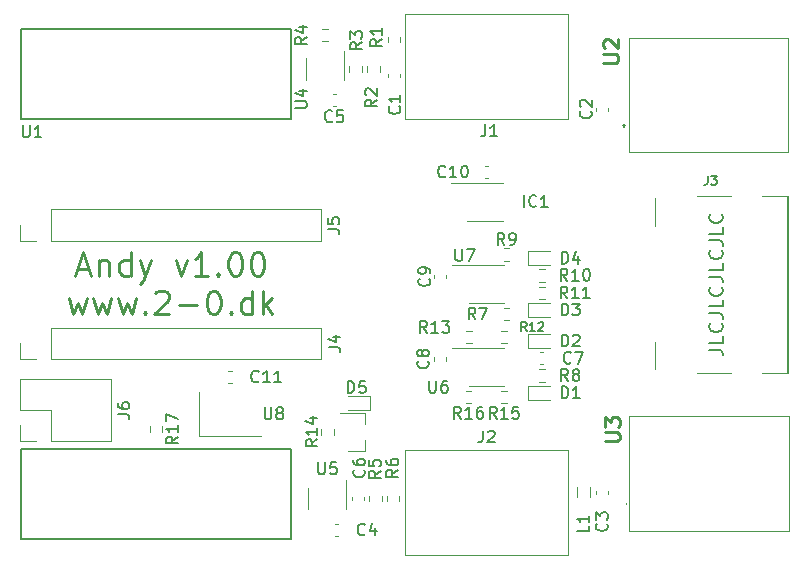
<source format=gbr>
%TF.GenerationSoftware,KiCad,Pcbnew,5.1.9-73d0e3b20d~88~ubuntu20.04.1*%
%TF.CreationDate,2021-06-05T19:42:07+02:00*%
%TF.ProjectId,andy,616e6479-2e6b-4696-9361-645f70636258,v1.00*%
%TF.SameCoordinates,Original*%
%TF.FileFunction,Legend,Top*%
%TF.FilePolarity,Positive*%
%FSLAX46Y46*%
G04 Gerber Fmt 4.6, Leading zero omitted, Abs format (unit mm)*
G04 Created by KiCad (PCBNEW 5.1.9-73d0e3b20d~88~ubuntu20.04.1) date 2021-06-05 19:42:07*
%MOMM*%
%LPD*%
G01*
G04 APERTURE LIST*
%ADD10C,0.150000*%
%ADD11C,0.250000*%
%ADD12C,0.200000*%
%ADD13C,0.100000*%
%ADD14C,0.120000*%
%ADD15C,0.127000*%
%ADD16C,0.254000*%
G04 APERTURE END LIST*
D10*
X196842857Y-105532857D02*
X197700000Y-105532857D01*
X197871428Y-105590000D01*
X197985714Y-105704285D01*
X198042857Y-105875714D01*
X198042857Y-105990000D01*
X198042857Y-104390000D02*
X198042857Y-104961428D01*
X196842857Y-104961428D01*
X197928571Y-103304285D02*
X197985714Y-103361428D01*
X198042857Y-103532857D01*
X198042857Y-103647142D01*
X197985714Y-103818571D01*
X197871428Y-103932857D01*
X197757142Y-103990000D01*
X197528571Y-104047142D01*
X197357142Y-104047142D01*
X197128571Y-103990000D01*
X197014285Y-103932857D01*
X196900000Y-103818571D01*
X196842857Y-103647142D01*
X196842857Y-103532857D01*
X196900000Y-103361428D01*
X196957142Y-103304285D01*
X196842857Y-102447142D02*
X197700000Y-102447142D01*
X197871428Y-102504285D01*
X197985714Y-102618571D01*
X198042857Y-102790000D01*
X198042857Y-102904285D01*
X198042857Y-101304285D02*
X198042857Y-101875714D01*
X196842857Y-101875714D01*
X197928571Y-100218571D02*
X197985714Y-100275714D01*
X198042857Y-100447142D01*
X198042857Y-100561428D01*
X197985714Y-100732857D01*
X197871428Y-100847142D01*
X197757142Y-100904285D01*
X197528571Y-100961428D01*
X197357142Y-100961428D01*
X197128571Y-100904285D01*
X197014285Y-100847142D01*
X196900000Y-100732857D01*
X196842857Y-100561428D01*
X196842857Y-100447142D01*
X196900000Y-100275714D01*
X196957142Y-100218571D01*
X196842857Y-99361428D02*
X197700000Y-99361428D01*
X197871428Y-99418571D01*
X197985714Y-99532857D01*
X198042857Y-99704285D01*
X198042857Y-99818571D01*
X198042857Y-98218571D02*
X198042857Y-98790000D01*
X196842857Y-98790000D01*
X197928571Y-97132857D02*
X197985714Y-97190000D01*
X198042857Y-97361428D01*
X198042857Y-97475714D01*
X197985714Y-97647142D01*
X197871428Y-97761428D01*
X197757142Y-97818571D01*
X197528571Y-97875714D01*
X197357142Y-97875714D01*
X197128571Y-97818571D01*
X197014285Y-97761428D01*
X196900000Y-97647142D01*
X196842857Y-97475714D01*
X196842857Y-97361428D01*
X196900000Y-97190000D01*
X196957142Y-97132857D01*
X196842857Y-96275714D02*
X197700000Y-96275714D01*
X197871428Y-96332857D01*
X197985714Y-96447142D01*
X198042857Y-96618571D01*
X198042857Y-96732857D01*
X198042857Y-95132857D02*
X198042857Y-95704285D01*
X196842857Y-95704285D01*
X197928571Y-94047142D02*
X197985714Y-94104285D01*
X198042857Y-94275714D01*
X198042857Y-94390000D01*
X197985714Y-94561428D01*
X197871428Y-94675714D01*
X197757142Y-94732857D01*
X197528571Y-94790000D01*
X197357142Y-94790000D01*
X197128571Y-94732857D01*
X197014285Y-94675714D01*
X196900000Y-94561428D01*
X196842857Y-94390000D01*
X196842857Y-94275714D01*
X196900000Y-94104285D01*
X196957142Y-94047142D01*
D11*
X143395238Y-98708333D02*
X144347619Y-98708333D01*
X143204761Y-99279761D02*
X143871428Y-97279761D01*
X144538095Y-99279761D01*
X145204761Y-97946428D02*
X145204761Y-99279761D01*
X145204761Y-98136904D02*
X145300000Y-98041666D01*
X145490476Y-97946428D01*
X145776190Y-97946428D01*
X145966666Y-98041666D01*
X146061904Y-98232142D01*
X146061904Y-99279761D01*
X147871428Y-99279761D02*
X147871428Y-97279761D01*
X147871428Y-99184523D02*
X147680952Y-99279761D01*
X147300000Y-99279761D01*
X147109523Y-99184523D01*
X147014285Y-99089285D01*
X146919047Y-98898809D01*
X146919047Y-98327380D01*
X147014285Y-98136904D01*
X147109523Y-98041666D01*
X147300000Y-97946428D01*
X147680952Y-97946428D01*
X147871428Y-98041666D01*
X148633333Y-97946428D02*
X149109523Y-99279761D01*
X149585714Y-97946428D02*
X149109523Y-99279761D01*
X148919047Y-99755952D01*
X148823809Y-99851190D01*
X148633333Y-99946428D01*
X151680952Y-97946428D02*
X152157142Y-99279761D01*
X152633333Y-97946428D01*
X154442857Y-99279761D02*
X153300000Y-99279761D01*
X153871428Y-99279761D02*
X153871428Y-97279761D01*
X153680952Y-97565476D01*
X153490476Y-97755952D01*
X153300000Y-97851190D01*
X155300000Y-99089285D02*
X155395238Y-99184523D01*
X155300000Y-99279761D01*
X155204761Y-99184523D01*
X155300000Y-99089285D01*
X155300000Y-99279761D01*
X156633333Y-97279761D02*
X156823809Y-97279761D01*
X157014285Y-97375000D01*
X157109523Y-97470238D01*
X157204761Y-97660714D01*
X157300000Y-98041666D01*
X157300000Y-98517857D01*
X157204761Y-98898809D01*
X157109523Y-99089285D01*
X157014285Y-99184523D01*
X156823809Y-99279761D01*
X156633333Y-99279761D01*
X156442857Y-99184523D01*
X156347619Y-99089285D01*
X156252380Y-98898809D01*
X156157142Y-98517857D01*
X156157142Y-98041666D01*
X156252380Y-97660714D01*
X156347619Y-97470238D01*
X156442857Y-97375000D01*
X156633333Y-97279761D01*
X158538095Y-97279761D02*
X158728571Y-97279761D01*
X158919047Y-97375000D01*
X159014285Y-97470238D01*
X159109523Y-97660714D01*
X159204761Y-98041666D01*
X159204761Y-98517857D01*
X159109523Y-98898809D01*
X159014285Y-99089285D01*
X158919047Y-99184523D01*
X158728571Y-99279761D01*
X158538095Y-99279761D01*
X158347619Y-99184523D01*
X158252380Y-99089285D01*
X158157142Y-98898809D01*
X158061904Y-98517857D01*
X158061904Y-98041666D01*
X158157142Y-97660714D01*
X158252380Y-97470238D01*
X158347619Y-97375000D01*
X158538095Y-97279761D01*
X142633333Y-101196428D02*
X143014285Y-102529761D01*
X143395238Y-101577380D01*
X143776190Y-102529761D01*
X144157142Y-101196428D01*
X144728571Y-101196428D02*
X145109523Y-102529761D01*
X145490476Y-101577380D01*
X145871428Y-102529761D01*
X146252380Y-101196428D01*
X146823809Y-101196428D02*
X147204761Y-102529761D01*
X147585714Y-101577380D01*
X147966666Y-102529761D01*
X148347619Y-101196428D01*
X149109523Y-102339285D02*
X149204761Y-102434523D01*
X149109523Y-102529761D01*
X149014285Y-102434523D01*
X149109523Y-102339285D01*
X149109523Y-102529761D01*
X149966666Y-100720238D02*
X150061904Y-100625000D01*
X150252380Y-100529761D01*
X150728571Y-100529761D01*
X150919047Y-100625000D01*
X151014285Y-100720238D01*
X151109523Y-100910714D01*
X151109523Y-101101190D01*
X151014285Y-101386904D01*
X149871428Y-102529761D01*
X151109523Y-102529761D01*
X151966666Y-101767857D02*
X153490476Y-101767857D01*
X154823809Y-100529761D02*
X155014285Y-100529761D01*
X155204761Y-100625000D01*
X155300000Y-100720238D01*
X155395238Y-100910714D01*
X155490476Y-101291666D01*
X155490476Y-101767857D01*
X155395238Y-102148809D01*
X155300000Y-102339285D01*
X155204761Y-102434523D01*
X155014285Y-102529761D01*
X154823809Y-102529761D01*
X154633333Y-102434523D01*
X154538095Y-102339285D01*
X154442857Y-102148809D01*
X154347619Y-101767857D01*
X154347619Y-101291666D01*
X154442857Y-100910714D01*
X154538095Y-100720238D01*
X154633333Y-100625000D01*
X154823809Y-100529761D01*
X156347619Y-102339285D02*
X156442857Y-102434523D01*
X156347619Y-102529761D01*
X156252380Y-102434523D01*
X156347619Y-102339285D01*
X156347619Y-102529761D01*
X158157142Y-102529761D02*
X158157142Y-100529761D01*
X158157142Y-102434523D02*
X157966666Y-102529761D01*
X157585714Y-102529761D01*
X157395238Y-102434523D01*
X157300000Y-102339285D01*
X157204761Y-102148809D01*
X157204761Y-101577380D01*
X157300000Y-101386904D01*
X157395238Y-101291666D01*
X157585714Y-101196428D01*
X157966666Y-101196428D01*
X158157142Y-101291666D01*
X159109523Y-102529761D02*
X159109523Y-100529761D01*
X159300000Y-101767857D02*
X159871428Y-102529761D01*
X159871428Y-101196428D02*
X159109523Y-101958333D01*
D10*
%TO.C,U1*%
X161430000Y-86030000D02*
X161430000Y-78410000D01*
X138570000Y-78410000D02*
X161430000Y-78410000D01*
X161430000Y-113970000D02*
X161430000Y-121590000D01*
X161430000Y-121590000D02*
X138570000Y-121590000D01*
X138570000Y-78410000D02*
X138570000Y-86030000D01*
X138570000Y-86030000D02*
X161430000Y-86030000D01*
X161430000Y-113970000D02*
X138570000Y-113970000D01*
X138570000Y-113970000D02*
X138570000Y-121590000D01*
D12*
%TO.C,U2*%
X189650000Y-86660000D02*
X189650000Y-86660000D01*
X189650000Y-86460000D02*
X189650000Y-86460000D01*
D13*
X190050000Y-79110000D02*
X203550000Y-79110000D01*
X190050000Y-88810000D02*
X190050000Y-79110000D01*
X203550000Y-88810000D02*
X190050000Y-88810000D01*
X203550000Y-79110000D02*
X203550000Y-88810000D01*
D12*
X189650000Y-86660000D02*
G75*
G03*
X189650000Y-86460000I0J100000D01*
G01*
X189650000Y-86460000D02*
G75*
G03*
X189650000Y-86660000I0J-100000D01*
G01*
D13*
%TO.C,U3*%
X189800000Y-118600000D02*
X189800000Y-118600000D01*
X189800000Y-118500000D02*
X189800000Y-118500000D01*
X190100000Y-111150000D02*
X203600000Y-111150000D01*
X190100000Y-120850000D02*
X190100000Y-111150000D01*
X203600000Y-120850000D02*
X190100000Y-120850000D01*
X203600000Y-111150000D02*
X203600000Y-120850000D01*
X189800000Y-118600000D02*
G75*
G03*
X189800000Y-118500000I0J50000D01*
G01*
X189800000Y-118500000D02*
G75*
G03*
X189800000Y-118600000I0J-50000D01*
G01*
D14*
%TO.C,J1*%
X171100000Y-77100000D02*
X184900000Y-77100000D01*
X184900000Y-77100000D02*
X184900000Y-86000000D01*
X184900000Y-86000000D02*
X171100000Y-86000000D01*
X171100000Y-86000000D02*
X171100000Y-77100000D01*
%TO.C,J2*%
X184900000Y-114000000D02*
X184900000Y-122900000D01*
X171100000Y-114000000D02*
X184900000Y-114000000D01*
X171100000Y-122900000D02*
X171100000Y-114000000D01*
X184900000Y-122900000D02*
X171100000Y-122900000D01*
%TO.C,C1*%
X170670000Y-82159420D02*
X170670000Y-82440580D01*
X169650000Y-82159420D02*
X169650000Y-82440580D01*
%TO.C,C2*%
X188290000Y-85044420D02*
X188290000Y-85325580D01*
X187270000Y-85044420D02*
X187270000Y-85325580D01*
%TO.C,C3*%
X187310000Y-117464420D02*
X187310000Y-117745580D01*
X188330000Y-117464420D02*
X188330000Y-117745580D01*
%TO.C,C4*%
X165450580Y-120310000D02*
X165169420Y-120310000D01*
X165450580Y-121330000D02*
X165169420Y-121330000D01*
%TO.C,C5*%
X165280580Y-83920000D02*
X164999420Y-83920000D01*
X165280580Y-84940000D02*
X164999420Y-84940000D01*
%TO.C,C6*%
X167630000Y-117999420D02*
X167630000Y-118280580D01*
X166610000Y-117999420D02*
X166610000Y-118280580D01*
%TO.C,L1*%
X186760000Y-118004622D02*
X186760000Y-117205378D01*
X185640000Y-118004622D02*
X185640000Y-117205378D01*
%TO.C,R1*%
X170682500Y-79507258D02*
X170682500Y-79032742D01*
X169637500Y-79507258D02*
X169637500Y-79032742D01*
%TO.C,R2*%
X168952500Y-81997258D02*
X168952500Y-81522742D01*
X167907500Y-81997258D02*
X167907500Y-81522742D01*
%TO.C,R3*%
X167442500Y-81532742D02*
X167442500Y-82007258D01*
X166397500Y-81532742D02*
X166397500Y-82007258D01*
%TO.C,R4*%
X164122742Y-78387500D02*
X164597258Y-78387500D01*
X164122742Y-79432500D02*
X164597258Y-79432500D01*
%TO.C,R5*%
X168077500Y-118377258D02*
X168077500Y-117902742D01*
X169122500Y-118377258D02*
X169122500Y-117902742D01*
%TO.C,R6*%
X170642500Y-118377258D02*
X170642500Y-117902742D01*
X169597500Y-118377258D02*
X169597500Y-117902742D01*
%TO.C,U4*%
X165970000Y-82670000D02*
X165970000Y-80220000D01*
X162750000Y-80870000D02*
X162750000Y-82670000D01*
%TO.C,U5*%
X162930000Y-117260000D02*
X162930000Y-119060000D01*
X166150000Y-119060000D02*
X166150000Y-116610000D01*
D15*
%TO.C,J3*%
X203500000Y-92500000D02*
X203500000Y-107500000D01*
D14*
X203500000Y-92500000D02*
X201300000Y-92500000D01*
X198700000Y-92500000D02*
X195800000Y-92500000D01*
X203500000Y-107500000D02*
X201300000Y-107500000D01*
X198700000Y-107500000D02*
X195800000Y-107500000D01*
X192300000Y-92700000D02*
X192300000Y-95100000D01*
X192300000Y-107200000D02*
X192300000Y-104900000D01*
%TO.C,C7*%
X182549420Y-106770000D02*
X182830580Y-106770000D01*
X182549420Y-105750000D02*
X182830580Y-105750000D01*
%TO.C,C8*%
X173540000Y-106189420D02*
X173540000Y-106470580D01*
X174560000Y-106189420D02*
X174560000Y-106470580D01*
%TO.C,C9*%
X174570000Y-99209420D02*
X174570000Y-99490580D01*
X173550000Y-99209420D02*
X173550000Y-99490580D01*
%TO.C,D1*%
X183400000Y-109800000D02*
X181550000Y-109800000D01*
X183400000Y-108600000D02*
X181550000Y-108600000D01*
X181550000Y-108600000D02*
X181550000Y-109800000D01*
%TO.C,D2*%
X183400000Y-105410000D02*
X181550000Y-105410000D01*
X183400000Y-104210000D02*
X181550000Y-104210000D01*
X181550000Y-104210000D02*
X181550000Y-105410000D01*
%TO.C,D3*%
X181550000Y-101600000D02*
X181550000Y-102800000D01*
X183400000Y-101600000D02*
X181550000Y-101600000D01*
X183400000Y-102800000D02*
X181550000Y-102800000D01*
%TO.C,D4*%
X183400000Y-98400000D02*
X181550000Y-98400000D01*
X183400000Y-97200000D02*
X181550000Y-97200000D01*
X181550000Y-97200000D02*
X181550000Y-98400000D01*
%TO.C,D5*%
X168150000Y-110630000D02*
X168150000Y-109430000D01*
X166300000Y-110630000D02*
X168150000Y-110630000D01*
X166300000Y-109430000D02*
X168150000Y-109430000D01*
%TO.C,Q1*%
X167760000Y-114080000D02*
X166300000Y-114080000D01*
X167760000Y-110920000D02*
X165600000Y-110920000D01*
X167760000Y-110920000D02*
X167760000Y-111850000D01*
X167760000Y-114080000D02*
X167760000Y-113150000D01*
%TO.C,R7*%
X179462742Y-103042500D02*
X179937258Y-103042500D01*
X179462742Y-101997500D02*
X179937258Y-101997500D01*
%TO.C,R8*%
X182452742Y-107217500D02*
X182927258Y-107217500D01*
X182452742Y-108262500D02*
X182927258Y-108262500D01*
%TO.C,R9*%
X179462742Y-96957500D02*
X179937258Y-96957500D01*
X179462742Y-98002500D02*
X179937258Y-98002500D01*
%TO.C,R10*%
X182462742Y-98727500D02*
X182937258Y-98727500D01*
X182462742Y-99772500D02*
X182937258Y-99772500D01*
%TO.C,R11*%
X182462742Y-101272500D02*
X182937258Y-101272500D01*
X182462742Y-100227500D02*
X182937258Y-100227500D01*
%TO.C,R12*%
X179727258Y-103957500D02*
X179252742Y-103957500D01*
X179727258Y-105002500D02*
X179252742Y-105002500D01*
%TO.C,R13*%
X176747258Y-105002500D02*
X176272742Y-105002500D01*
X176747258Y-103957500D02*
X176272742Y-103957500D01*
%TO.C,R14*%
X164027500Y-112262742D02*
X164027500Y-112737258D01*
X165072500Y-112262742D02*
X165072500Y-112737258D01*
%TO.C,R15*%
X179737258Y-108997500D02*
X179262742Y-108997500D01*
X179737258Y-110042500D02*
X179262742Y-110042500D01*
%TO.C,R16*%
X176737258Y-110042500D02*
X176262742Y-110042500D01*
X176737258Y-108997500D02*
X176262742Y-108997500D01*
%TO.C,U6*%
X178000000Y-108610000D02*
X179500000Y-108610000D01*
X178000000Y-108610000D02*
X176500000Y-108610000D01*
X178000000Y-105390000D02*
X179500000Y-105390000D01*
X178000000Y-105390000D02*
X175075000Y-105390000D01*
%TO.C,U7*%
X178000000Y-98390000D02*
X175075000Y-98390000D01*
X178000000Y-98390000D02*
X179500000Y-98390000D01*
X178000000Y-101610000D02*
X176500000Y-101610000D01*
X178000000Y-101610000D02*
X179500000Y-101610000D01*
%TO.C,IC1*%
X177900000Y-94610000D02*
X179400000Y-94610000D01*
X177900000Y-94610000D02*
X176400000Y-94610000D01*
X177900000Y-91390000D02*
X179400000Y-91390000D01*
X177900000Y-91390000D02*
X174975000Y-91390000D01*
%TO.C,C10*%
X178140580Y-91010000D02*
X177859420Y-91010000D01*
X178140580Y-89990000D02*
X177859420Y-89990000D01*
%TO.C,C11*%
X156440580Y-107360000D02*
X156159420Y-107360000D01*
X156440580Y-108380000D02*
X156159420Y-108380000D01*
%TO.C,U8*%
X153635001Y-112820000D02*
X158935001Y-112820000D01*
X153635001Y-109120000D02*
X153635001Y-112820000D01*
%TO.C,J4*%
X138510000Y-106330000D02*
X138510000Y-105000000D01*
X139840000Y-106330000D02*
X138510000Y-106330000D01*
X141110000Y-106330000D02*
X141110000Y-103670000D01*
X141110000Y-103670000D02*
X164030000Y-103670000D01*
X141110000Y-106330000D02*
X164030000Y-106330000D01*
X164030000Y-106330000D02*
X164030000Y-103670000D01*
%TO.C,J5*%
X164030000Y-96330000D02*
X164030000Y-93670000D01*
X141110000Y-96330000D02*
X164030000Y-96330000D01*
X141110000Y-93670000D02*
X164030000Y-93670000D01*
X141110000Y-96330000D02*
X141110000Y-93670000D01*
X139840000Y-96330000D02*
X138510000Y-96330000D01*
X138510000Y-96330000D02*
X138510000Y-95000000D01*
%TO.C,R17*%
X150522500Y-112022742D02*
X150522500Y-112497258D01*
X149477500Y-112022742D02*
X149477500Y-112497258D01*
%TO.C,J6*%
X146250000Y-113260000D02*
X146250000Y-108060000D01*
X141110000Y-113260000D02*
X146250000Y-113260000D01*
X138510000Y-108060000D02*
X146250000Y-108060000D01*
X141110000Y-113260000D02*
X141110000Y-110660000D01*
X141110000Y-110660000D02*
X138510000Y-110660000D01*
X138510000Y-110660000D02*
X138510000Y-108060000D01*
X139840000Y-113260000D02*
X138510000Y-113260000D01*
X138510000Y-113260000D02*
X138510000Y-111930000D01*
%TO.C,U1*%
D10*
X138748095Y-86542380D02*
X138748095Y-87351904D01*
X138795714Y-87447142D01*
X138843333Y-87494761D01*
X138938571Y-87542380D01*
X139129047Y-87542380D01*
X139224285Y-87494761D01*
X139271904Y-87447142D01*
X139319523Y-87351904D01*
X139319523Y-86542380D01*
X140319523Y-87542380D02*
X139748095Y-87542380D01*
X140033809Y-87542380D02*
X140033809Y-86542380D01*
X139938571Y-86685238D01*
X139843333Y-86780476D01*
X139748095Y-86828095D01*
%TO.C,U2*%
D16*
X187914523Y-81237619D02*
X188942619Y-81237619D01*
X189063571Y-81177142D01*
X189124047Y-81116666D01*
X189184523Y-80995714D01*
X189184523Y-80753809D01*
X189124047Y-80632857D01*
X189063571Y-80572380D01*
X188942619Y-80511904D01*
X187914523Y-80511904D01*
X188035476Y-79967619D02*
X187975000Y-79907142D01*
X187914523Y-79786190D01*
X187914523Y-79483809D01*
X187975000Y-79362857D01*
X188035476Y-79302380D01*
X188156428Y-79241904D01*
X188277380Y-79241904D01*
X188458809Y-79302380D01*
X189184523Y-80028095D01*
X189184523Y-79241904D01*
%TO.C,U3*%
X188034523Y-113267619D02*
X189062619Y-113267619D01*
X189183571Y-113207142D01*
X189244047Y-113146666D01*
X189304523Y-113025714D01*
X189304523Y-112783809D01*
X189244047Y-112662857D01*
X189183571Y-112602380D01*
X189062619Y-112541904D01*
X188034523Y-112541904D01*
X188034523Y-112058095D02*
X188034523Y-111271904D01*
X188518333Y-111695238D01*
X188518333Y-111513809D01*
X188578809Y-111392857D01*
X188639285Y-111332380D01*
X188760238Y-111271904D01*
X189062619Y-111271904D01*
X189183571Y-111332380D01*
X189244047Y-111392857D01*
X189304523Y-111513809D01*
X189304523Y-111876666D01*
X189244047Y-111997619D01*
X189183571Y-112058095D01*
%TO.C,J1*%
D10*
X177906666Y-86472380D02*
X177906666Y-87186666D01*
X177859047Y-87329523D01*
X177763809Y-87424761D01*
X177620952Y-87472380D01*
X177525714Y-87472380D01*
X178906666Y-87472380D02*
X178335238Y-87472380D01*
X178620952Y-87472380D02*
X178620952Y-86472380D01*
X178525714Y-86615238D01*
X178430476Y-86710476D01*
X178335238Y-86758095D01*
%TO.C,J2*%
X177706666Y-112392380D02*
X177706666Y-113106666D01*
X177659047Y-113249523D01*
X177563809Y-113344761D01*
X177420952Y-113392380D01*
X177325714Y-113392380D01*
X178135238Y-112487619D02*
X178182857Y-112440000D01*
X178278095Y-112392380D01*
X178516190Y-112392380D01*
X178611428Y-112440000D01*
X178659047Y-112487619D01*
X178706666Y-112582857D01*
X178706666Y-112678095D01*
X178659047Y-112820952D01*
X178087619Y-113392380D01*
X178706666Y-113392380D01*
%TO.C,C1*%
X170617142Y-84946666D02*
X170664761Y-84994285D01*
X170712380Y-85137142D01*
X170712380Y-85232380D01*
X170664761Y-85375238D01*
X170569523Y-85470476D01*
X170474285Y-85518095D01*
X170283809Y-85565714D01*
X170140952Y-85565714D01*
X169950476Y-85518095D01*
X169855238Y-85470476D01*
X169760000Y-85375238D01*
X169712380Y-85232380D01*
X169712380Y-85137142D01*
X169760000Y-84994285D01*
X169807619Y-84946666D01*
X170712380Y-83994285D02*
X170712380Y-84565714D01*
X170712380Y-84280000D02*
X169712380Y-84280000D01*
X169855238Y-84375238D01*
X169950476Y-84470476D01*
X169998095Y-84565714D01*
%TO.C,C2*%
X186817142Y-85346666D02*
X186864761Y-85394285D01*
X186912380Y-85537142D01*
X186912380Y-85632380D01*
X186864761Y-85775238D01*
X186769523Y-85870476D01*
X186674285Y-85918095D01*
X186483809Y-85965714D01*
X186340952Y-85965714D01*
X186150476Y-85918095D01*
X186055238Y-85870476D01*
X185960000Y-85775238D01*
X185912380Y-85632380D01*
X185912380Y-85537142D01*
X185960000Y-85394285D01*
X186007619Y-85346666D01*
X186007619Y-84965714D02*
X185960000Y-84918095D01*
X185912380Y-84822857D01*
X185912380Y-84584761D01*
X185960000Y-84489523D01*
X186007619Y-84441904D01*
X186102857Y-84394285D01*
X186198095Y-84394285D01*
X186340952Y-84441904D01*
X186912380Y-85013333D01*
X186912380Y-84394285D01*
%TO.C,C3*%
X188177142Y-120256666D02*
X188224761Y-120304285D01*
X188272380Y-120447142D01*
X188272380Y-120542380D01*
X188224761Y-120685238D01*
X188129523Y-120780476D01*
X188034285Y-120828095D01*
X187843809Y-120875714D01*
X187700952Y-120875714D01*
X187510476Y-120828095D01*
X187415238Y-120780476D01*
X187320000Y-120685238D01*
X187272380Y-120542380D01*
X187272380Y-120447142D01*
X187320000Y-120304285D01*
X187367619Y-120256666D01*
X187272380Y-119923333D02*
X187272380Y-119304285D01*
X187653333Y-119637619D01*
X187653333Y-119494761D01*
X187700952Y-119399523D01*
X187748571Y-119351904D01*
X187843809Y-119304285D01*
X188081904Y-119304285D01*
X188177142Y-119351904D01*
X188224761Y-119399523D01*
X188272380Y-119494761D01*
X188272380Y-119780476D01*
X188224761Y-119875714D01*
X188177142Y-119923333D01*
%TO.C,C4*%
X167723333Y-121167142D02*
X167675714Y-121214761D01*
X167532857Y-121262380D01*
X167437619Y-121262380D01*
X167294761Y-121214761D01*
X167199523Y-121119523D01*
X167151904Y-121024285D01*
X167104285Y-120833809D01*
X167104285Y-120690952D01*
X167151904Y-120500476D01*
X167199523Y-120405238D01*
X167294761Y-120310000D01*
X167437619Y-120262380D01*
X167532857Y-120262380D01*
X167675714Y-120310000D01*
X167723333Y-120357619D01*
X168580476Y-120595714D02*
X168580476Y-121262380D01*
X168342380Y-120214761D02*
X168104285Y-120929047D01*
X168723333Y-120929047D01*
%TO.C,C5*%
X164943333Y-86177142D02*
X164895714Y-86224761D01*
X164752857Y-86272380D01*
X164657619Y-86272380D01*
X164514761Y-86224761D01*
X164419523Y-86129523D01*
X164371904Y-86034285D01*
X164324285Y-85843809D01*
X164324285Y-85700952D01*
X164371904Y-85510476D01*
X164419523Y-85415238D01*
X164514761Y-85320000D01*
X164657619Y-85272380D01*
X164752857Y-85272380D01*
X164895714Y-85320000D01*
X164943333Y-85367619D01*
X165848095Y-85272380D02*
X165371904Y-85272380D01*
X165324285Y-85748571D01*
X165371904Y-85700952D01*
X165467142Y-85653333D01*
X165705238Y-85653333D01*
X165800476Y-85700952D01*
X165848095Y-85748571D01*
X165895714Y-85843809D01*
X165895714Y-86081904D01*
X165848095Y-86177142D01*
X165800476Y-86224761D01*
X165705238Y-86272380D01*
X165467142Y-86272380D01*
X165371904Y-86224761D01*
X165324285Y-86177142D01*
%TO.C,C6*%
X167607142Y-115716666D02*
X167654761Y-115764285D01*
X167702380Y-115907142D01*
X167702380Y-116002380D01*
X167654761Y-116145238D01*
X167559523Y-116240476D01*
X167464285Y-116288095D01*
X167273809Y-116335714D01*
X167130952Y-116335714D01*
X166940476Y-116288095D01*
X166845238Y-116240476D01*
X166750000Y-116145238D01*
X166702380Y-116002380D01*
X166702380Y-115907142D01*
X166750000Y-115764285D01*
X166797619Y-115716666D01*
X166702380Y-114859523D02*
X166702380Y-115050000D01*
X166750000Y-115145238D01*
X166797619Y-115192857D01*
X166940476Y-115288095D01*
X167130952Y-115335714D01*
X167511904Y-115335714D01*
X167607142Y-115288095D01*
X167654761Y-115240476D01*
X167702380Y-115145238D01*
X167702380Y-114954761D01*
X167654761Y-114859523D01*
X167607142Y-114811904D01*
X167511904Y-114764285D01*
X167273809Y-114764285D01*
X167178571Y-114811904D01*
X167130952Y-114859523D01*
X167083333Y-114954761D01*
X167083333Y-115145238D01*
X167130952Y-115240476D01*
X167178571Y-115288095D01*
X167273809Y-115335714D01*
%TO.C,L1*%
X186672380Y-120436666D02*
X186672380Y-120912857D01*
X185672380Y-120912857D01*
X186672380Y-119579523D02*
X186672380Y-120150952D01*
X186672380Y-119865238D02*
X185672380Y-119865238D01*
X185815238Y-119960476D01*
X185910476Y-120055714D01*
X185958095Y-120150952D01*
%TO.C,R1*%
X169162380Y-79266666D02*
X168686190Y-79600000D01*
X169162380Y-79838095D02*
X168162380Y-79838095D01*
X168162380Y-79457142D01*
X168210000Y-79361904D01*
X168257619Y-79314285D01*
X168352857Y-79266666D01*
X168495714Y-79266666D01*
X168590952Y-79314285D01*
X168638571Y-79361904D01*
X168686190Y-79457142D01*
X168686190Y-79838095D01*
X169162380Y-78314285D02*
X169162380Y-78885714D01*
X169162380Y-78600000D02*
X168162380Y-78600000D01*
X168305238Y-78695238D01*
X168400476Y-78790476D01*
X168448095Y-78885714D01*
%TO.C,R2*%
X168722380Y-84376666D02*
X168246190Y-84710000D01*
X168722380Y-84948095D02*
X167722380Y-84948095D01*
X167722380Y-84567142D01*
X167770000Y-84471904D01*
X167817619Y-84424285D01*
X167912857Y-84376666D01*
X168055714Y-84376666D01*
X168150952Y-84424285D01*
X168198571Y-84471904D01*
X168246190Y-84567142D01*
X168246190Y-84948095D01*
X167817619Y-83995714D02*
X167770000Y-83948095D01*
X167722380Y-83852857D01*
X167722380Y-83614761D01*
X167770000Y-83519523D01*
X167817619Y-83471904D01*
X167912857Y-83424285D01*
X168008095Y-83424285D01*
X168150952Y-83471904D01*
X168722380Y-84043333D01*
X168722380Y-83424285D01*
%TO.C,R3*%
X167472380Y-79526666D02*
X166996190Y-79860000D01*
X167472380Y-80098095D02*
X166472380Y-80098095D01*
X166472380Y-79717142D01*
X166520000Y-79621904D01*
X166567619Y-79574285D01*
X166662857Y-79526666D01*
X166805714Y-79526666D01*
X166900952Y-79574285D01*
X166948571Y-79621904D01*
X166996190Y-79717142D01*
X166996190Y-80098095D01*
X166472380Y-79193333D02*
X166472380Y-78574285D01*
X166853333Y-78907619D01*
X166853333Y-78764761D01*
X166900952Y-78669523D01*
X166948571Y-78621904D01*
X167043809Y-78574285D01*
X167281904Y-78574285D01*
X167377142Y-78621904D01*
X167424761Y-78669523D01*
X167472380Y-78764761D01*
X167472380Y-79050476D01*
X167424761Y-79145714D01*
X167377142Y-79193333D01*
%TO.C,R4*%
X162802380Y-79076666D02*
X162326190Y-79410000D01*
X162802380Y-79648095D02*
X161802380Y-79648095D01*
X161802380Y-79267142D01*
X161850000Y-79171904D01*
X161897619Y-79124285D01*
X161992857Y-79076666D01*
X162135714Y-79076666D01*
X162230952Y-79124285D01*
X162278571Y-79171904D01*
X162326190Y-79267142D01*
X162326190Y-79648095D01*
X162135714Y-78219523D02*
X162802380Y-78219523D01*
X161754761Y-78457619D02*
X162469047Y-78695714D01*
X162469047Y-78076666D01*
%TO.C,R5*%
X169042380Y-115796666D02*
X168566190Y-116130000D01*
X169042380Y-116368095D02*
X168042380Y-116368095D01*
X168042380Y-115987142D01*
X168090000Y-115891904D01*
X168137619Y-115844285D01*
X168232857Y-115796666D01*
X168375714Y-115796666D01*
X168470952Y-115844285D01*
X168518571Y-115891904D01*
X168566190Y-115987142D01*
X168566190Y-116368095D01*
X168042380Y-114891904D02*
X168042380Y-115368095D01*
X168518571Y-115415714D01*
X168470952Y-115368095D01*
X168423333Y-115272857D01*
X168423333Y-115034761D01*
X168470952Y-114939523D01*
X168518571Y-114891904D01*
X168613809Y-114844285D01*
X168851904Y-114844285D01*
X168947142Y-114891904D01*
X168994761Y-114939523D01*
X169042380Y-115034761D01*
X169042380Y-115272857D01*
X168994761Y-115368095D01*
X168947142Y-115415714D01*
%TO.C,R6*%
X170522380Y-115716666D02*
X170046190Y-116050000D01*
X170522380Y-116288095D02*
X169522380Y-116288095D01*
X169522380Y-115907142D01*
X169570000Y-115811904D01*
X169617619Y-115764285D01*
X169712857Y-115716666D01*
X169855714Y-115716666D01*
X169950952Y-115764285D01*
X169998571Y-115811904D01*
X170046190Y-115907142D01*
X170046190Y-116288095D01*
X169522380Y-114859523D02*
X169522380Y-115050000D01*
X169570000Y-115145238D01*
X169617619Y-115192857D01*
X169760476Y-115288095D01*
X169950952Y-115335714D01*
X170331904Y-115335714D01*
X170427142Y-115288095D01*
X170474761Y-115240476D01*
X170522380Y-115145238D01*
X170522380Y-114954761D01*
X170474761Y-114859523D01*
X170427142Y-114811904D01*
X170331904Y-114764285D01*
X170093809Y-114764285D01*
X169998571Y-114811904D01*
X169950952Y-114859523D01*
X169903333Y-114954761D01*
X169903333Y-115145238D01*
X169950952Y-115240476D01*
X169998571Y-115288095D01*
X170093809Y-115335714D01*
%TO.C,U4*%
X161812380Y-85081904D02*
X162621904Y-85081904D01*
X162717142Y-85034285D01*
X162764761Y-84986666D01*
X162812380Y-84891428D01*
X162812380Y-84700952D01*
X162764761Y-84605714D01*
X162717142Y-84558095D01*
X162621904Y-84510476D01*
X161812380Y-84510476D01*
X162145714Y-83605714D02*
X162812380Y-83605714D01*
X161764761Y-83843809D02*
X162479047Y-84081904D01*
X162479047Y-83462857D01*
%TO.C,U5*%
X163758095Y-115072380D02*
X163758095Y-115881904D01*
X163805714Y-115977142D01*
X163853333Y-116024761D01*
X163948571Y-116072380D01*
X164139047Y-116072380D01*
X164234285Y-116024761D01*
X164281904Y-115977142D01*
X164329523Y-115881904D01*
X164329523Y-115072380D01*
X165281904Y-115072380D02*
X164805714Y-115072380D01*
X164758095Y-115548571D01*
X164805714Y-115500952D01*
X164900952Y-115453333D01*
X165139047Y-115453333D01*
X165234285Y-115500952D01*
X165281904Y-115548571D01*
X165329523Y-115643809D01*
X165329523Y-115881904D01*
X165281904Y-115977142D01*
X165234285Y-116024761D01*
X165139047Y-116072380D01*
X164900952Y-116072380D01*
X164805714Y-116024761D01*
X164758095Y-115977142D01*
%TO.C,J3*%
X196750000Y-90839285D02*
X196750000Y-91375000D01*
X196714285Y-91482142D01*
X196642857Y-91553571D01*
X196535714Y-91589285D01*
X196464285Y-91589285D01*
X197035714Y-90839285D02*
X197500000Y-90839285D01*
X197250000Y-91125000D01*
X197357142Y-91125000D01*
X197428571Y-91160714D01*
X197464285Y-91196428D01*
X197500000Y-91267857D01*
X197500000Y-91446428D01*
X197464285Y-91517857D01*
X197428571Y-91553571D01*
X197357142Y-91589285D01*
X197142857Y-91589285D01*
X197071428Y-91553571D01*
X197035714Y-91517857D01*
%TO.C,C7*%
X185153333Y-106617142D02*
X185105714Y-106664761D01*
X184962857Y-106712380D01*
X184867619Y-106712380D01*
X184724761Y-106664761D01*
X184629523Y-106569523D01*
X184581904Y-106474285D01*
X184534285Y-106283809D01*
X184534285Y-106140952D01*
X184581904Y-105950476D01*
X184629523Y-105855238D01*
X184724761Y-105760000D01*
X184867619Y-105712380D01*
X184962857Y-105712380D01*
X185105714Y-105760000D01*
X185153333Y-105807619D01*
X185486666Y-105712380D02*
X186153333Y-105712380D01*
X185724761Y-106712380D01*
%TO.C,C8*%
X173047142Y-106496666D02*
X173094761Y-106544285D01*
X173142380Y-106687142D01*
X173142380Y-106782380D01*
X173094761Y-106925238D01*
X172999523Y-107020476D01*
X172904285Y-107068095D01*
X172713809Y-107115714D01*
X172570952Y-107115714D01*
X172380476Y-107068095D01*
X172285238Y-107020476D01*
X172190000Y-106925238D01*
X172142380Y-106782380D01*
X172142380Y-106687142D01*
X172190000Y-106544285D01*
X172237619Y-106496666D01*
X172570952Y-105925238D02*
X172523333Y-106020476D01*
X172475714Y-106068095D01*
X172380476Y-106115714D01*
X172332857Y-106115714D01*
X172237619Y-106068095D01*
X172190000Y-106020476D01*
X172142380Y-105925238D01*
X172142380Y-105734761D01*
X172190000Y-105639523D01*
X172237619Y-105591904D01*
X172332857Y-105544285D01*
X172380476Y-105544285D01*
X172475714Y-105591904D01*
X172523333Y-105639523D01*
X172570952Y-105734761D01*
X172570952Y-105925238D01*
X172618571Y-106020476D01*
X172666190Y-106068095D01*
X172761428Y-106115714D01*
X172951904Y-106115714D01*
X173047142Y-106068095D01*
X173094761Y-106020476D01*
X173142380Y-105925238D01*
X173142380Y-105734761D01*
X173094761Y-105639523D01*
X173047142Y-105591904D01*
X172951904Y-105544285D01*
X172761428Y-105544285D01*
X172666190Y-105591904D01*
X172618571Y-105639523D01*
X172570952Y-105734761D01*
%TO.C,C9*%
X173147142Y-99516666D02*
X173194761Y-99564285D01*
X173242380Y-99707142D01*
X173242380Y-99802380D01*
X173194761Y-99945238D01*
X173099523Y-100040476D01*
X173004285Y-100088095D01*
X172813809Y-100135714D01*
X172670952Y-100135714D01*
X172480476Y-100088095D01*
X172385238Y-100040476D01*
X172290000Y-99945238D01*
X172242380Y-99802380D01*
X172242380Y-99707142D01*
X172290000Y-99564285D01*
X172337619Y-99516666D01*
X173242380Y-99040476D02*
X173242380Y-98850000D01*
X173194761Y-98754761D01*
X173147142Y-98707142D01*
X173004285Y-98611904D01*
X172813809Y-98564285D01*
X172432857Y-98564285D01*
X172337619Y-98611904D01*
X172290000Y-98659523D01*
X172242380Y-98754761D01*
X172242380Y-98945238D01*
X172290000Y-99040476D01*
X172337619Y-99088095D01*
X172432857Y-99135714D01*
X172670952Y-99135714D01*
X172766190Y-99088095D01*
X172813809Y-99040476D01*
X172861428Y-98945238D01*
X172861428Y-98754761D01*
X172813809Y-98659523D01*
X172766190Y-98611904D01*
X172670952Y-98564285D01*
%TO.C,D1*%
X184361904Y-109652380D02*
X184361904Y-108652380D01*
X184600000Y-108652380D01*
X184742857Y-108700000D01*
X184838095Y-108795238D01*
X184885714Y-108890476D01*
X184933333Y-109080952D01*
X184933333Y-109223809D01*
X184885714Y-109414285D01*
X184838095Y-109509523D01*
X184742857Y-109604761D01*
X184600000Y-109652380D01*
X184361904Y-109652380D01*
X185885714Y-109652380D02*
X185314285Y-109652380D01*
X185600000Y-109652380D02*
X185600000Y-108652380D01*
X185504761Y-108795238D01*
X185409523Y-108890476D01*
X185314285Y-108938095D01*
%TO.C,D2*%
X184371904Y-105262380D02*
X184371904Y-104262380D01*
X184610000Y-104262380D01*
X184752857Y-104310000D01*
X184848095Y-104405238D01*
X184895714Y-104500476D01*
X184943333Y-104690952D01*
X184943333Y-104833809D01*
X184895714Y-105024285D01*
X184848095Y-105119523D01*
X184752857Y-105214761D01*
X184610000Y-105262380D01*
X184371904Y-105262380D01*
X185324285Y-104357619D02*
X185371904Y-104310000D01*
X185467142Y-104262380D01*
X185705238Y-104262380D01*
X185800476Y-104310000D01*
X185848095Y-104357619D01*
X185895714Y-104452857D01*
X185895714Y-104548095D01*
X185848095Y-104690952D01*
X185276666Y-105262380D01*
X185895714Y-105262380D01*
%TO.C,D3*%
X184361904Y-102642380D02*
X184361904Y-101642380D01*
X184600000Y-101642380D01*
X184742857Y-101690000D01*
X184838095Y-101785238D01*
X184885714Y-101880476D01*
X184933333Y-102070952D01*
X184933333Y-102213809D01*
X184885714Y-102404285D01*
X184838095Y-102499523D01*
X184742857Y-102594761D01*
X184600000Y-102642380D01*
X184361904Y-102642380D01*
X185266666Y-101642380D02*
X185885714Y-101642380D01*
X185552380Y-102023333D01*
X185695238Y-102023333D01*
X185790476Y-102070952D01*
X185838095Y-102118571D01*
X185885714Y-102213809D01*
X185885714Y-102451904D01*
X185838095Y-102547142D01*
X185790476Y-102594761D01*
X185695238Y-102642380D01*
X185409523Y-102642380D01*
X185314285Y-102594761D01*
X185266666Y-102547142D01*
%TO.C,D4*%
X184361904Y-98252380D02*
X184361904Y-97252380D01*
X184600000Y-97252380D01*
X184742857Y-97300000D01*
X184838095Y-97395238D01*
X184885714Y-97490476D01*
X184933333Y-97680952D01*
X184933333Y-97823809D01*
X184885714Y-98014285D01*
X184838095Y-98109523D01*
X184742857Y-98204761D01*
X184600000Y-98252380D01*
X184361904Y-98252380D01*
X185790476Y-97585714D02*
X185790476Y-98252380D01*
X185552380Y-97204761D02*
X185314285Y-97919047D01*
X185933333Y-97919047D01*
%TO.C,D5*%
X166261904Y-109212380D02*
X166261904Y-108212380D01*
X166500000Y-108212380D01*
X166642857Y-108260000D01*
X166738095Y-108355238D01*
X166785714Y-108450476D01*
X166833333Y-108640952D01*
X166833333Y-108783809D01*
X166785714Y-108974285D01*
X166738095Y-109069523D01*
X166642857Y-109164761D01*
X166500000Y-109212380D01*
X166261904Y-109212380D01*
X167738095Y-108212380D02*
X167261904Y-108212380D01*
X167214285Y-108688571D01*
X167261904Y-108640952D01*
X167357142Y-108593333D01*
X167595238Y-108593333D01*
X167690476Y-108640952D01*
X167738095Y-108688571D01*
X167785714Y-108783809D01*
X167785714Y-109021904D01*
X167738095Y-109117142D01*
X167690476Y-109164761D01*
X167595238Y-109212380D01*
X167357142Y-109212380D01*
X167261904Y-109164761D01*
X167214285Y-109117142D01*
%TO.C,R7*%
X177073333Y-102972380D02*
X176740000Y-102496190D01*
X176501904Y-102972380D02*
X176501904Y-101972380D01*
X176882857Y-101972380D01*
X176978095Y-102020000D01*
X177025714Y-102067619D01*
X177073333Y-102162857D01*
X177073333Y-102305714D01*
X177025714Y-102400952D01*
X176978095Y-102448571D01*
X176882857Y-102496190D01*
X176501904Y-102496190D01*
X177406666Y-101972380D02*
X178073333Y-101972380D01*
X177644761Y-102972380D01*
%TO.C,R8*%
X184913333Y-108192380D02*
X184580000Y-107716190D01*
X184341904Y-108192380D02*
X184341904Y-107192380D01*
X184722857Y-107192380D01*
X184818095Y-107240000D01*
X184865714Y-107287619D01*
X184913333Y-107382857D01*
X184913333Y-107525714D01*
X184865714Y-107620952D01*
X184818095Y-107668571D01*
X184722857Y-107716190D01*
X184341904Y-107716190D01*
X185484761Y-107620952D02*
X185389523Y-107573333D01*
X185341904Y-107525714D01*
X185294285Y-107430476D01*
X185294285Y-107382857D01*
X185341904Y-107287619D01*
X185389523Y-107240000D01*
X185484761Y-107192380D01*
X185675238Y-107192380D01*
X185770476Y-107240000D01*
X185818095Y-107287619D01*
X185865714Y-107382857D01*
X185865714Y-107430476D01*
X185818095Y-107525714D01*
X185770476Y-107573333D01*
X185675238Y-107620952D01*
X185484761Y-107620952D01*
X185389523Y-107668571D01*
X185341904Y-107716190D01*
X185294285Y-107811428D01*
X185294285Y-108001904D01*
X185341904Y-108097142D01*
X185389523Y-108144761D01*
X185484761Y-108192380D01*
X185675238Y-108192380D01*
X185770476Y-108144761D01*
X185818095Y-108097142D01*
X185865714Y-108001904D01*
X185865714Y-107811428D01*
X185818095Y-107716190D01*
X185770476Y-107668571D01*
X185675238Y-107620952D01*
%TO.C,R9*%
X179533333Y-96672380D02*
X179200000Y-96196190D01*
X178961904Y-96672380D02*
X178961904Y-95672380D01*
X179342857Y-95672380D01*
X179438095Y-95720000D01*
X179485714Y-95767619D01*
X179533333Y-95862857D01*
X179533333Y-96005714D01*
X179485714Y-96100952D01*
X179438095Y-96148571D01*
X179342857Y-96196190D01*
X178961904Y-96196190D01*
X180009523Y-96672380D02*
X180200000Y-96672380D01*
X180295238Y-96624761D01*
X180342857Y-96577142D01*
X180438095Y-96434285D01*
X180485714Y-96243809D01*
X180485714Y-95862857D01*
X180438095Y-95767619D01*
X180390476Y-95720000D01*
X180295238Y-95672380D01*
X180104761Y-95672380D01*
X180009523Y-95720000D01*
X179961904Y-95767619D01*
X179914285Y-95862857D01*
X179914285Y-96100952D01*
X179961904Y-96196190D01*
X180009523Y-96243809D01*
X180104761Y-96291428D01*
X180295238Y-96291428D01*
X180390476Y-96243809D01*
X180438095Y-96196190D01*
X180485714Y-96100952D01*
%TO.C,R10*%
X184857142Y-99702380D02*
X184523809Y-99226190D01*
X184285714Y-99702380D02*
X184285714Y-98702380D01*
X184666666Y-98702380D01*
X184761904Y-98750000D01*
X184809523Y-98797619D01*
X184857142Y-98892857D01*
X184857142Y-99035714D01*
X184809523Y-99130952D01*
X184761904Y-99178571D01*
X184666666Y-99226190D01*
X184285714Y-99226190D01*
X185809523Y-99702380D02*
X185238095Y-99702380D01*
X185523809Y-99702380D02*
X185523809Y-98702380D01*
X185428571Y-98845238D01*
X185333333Y-98940476D01*
X185238095Y-98988095D01*
X186428571Y-98702380D02*
X186523809Y-98702380D01*
X186619047Y-98750000D01*
X186666666Y-98797619D01*
X186714285Y-98892857D01*
X186761904Y-99083333D01*
X186761904Y-99321428D01*
X186714285Y-99511904D01*
X186666666Y-99607142D01*
X186619047Y-99654761D01*
X186523809Y-99702380D01*
X186428571Y-99702380D01*
X186333333Y-99654761D01*
X186285714Y-99607142D01*
X186238095Y-99511904D01*
X186190476Y-99321428D01*
X186190476Y-99083333D01*
X186238095Y-98892857D01*
X186285714Y-98797619D01*
X186333333Y-98750000D01*
X186428571Y-98702380D01*
%TO.C,R11*%
X184857142Y-101202380D02*
X184523809Y-100726190D01*
X184285714Y-101202380D02*
X184285714Y-100202380D01*
X184666666Y-100202380D01*
X184761904Y-100250000D01*
X184809523Y-100297619D01*
X184857142Y-100392857D01*
X184857142Y-100535714D01*
X184809523Y-100630952D01*
X184761904Y-100678571D01*
X184666666Y-100726190D01*
X184285714Y-100726190D01*
X185809523Y-101202380D02*
X185238095Y-101202380D01*
X185523809Y-101202380D02*
X185523809Y-100202380D01*
X185428571Y-100345238D01*
X185333333Y-100440476D01*
X185238095Y-100488095D01*
X186761904Y-101202380D02*
X186190476Y-101202380D01*
X186476190Y-101202380D02*
X186476190Y-100202380D01*
X186380952Y-100345238D01*
X186285714Y-100440476D01*
X186190476Y-100488095D01*
%TO.C,R12*%
X181397857Y-103959285D02*
X181147857Y-103602142D01*
X180969285Y-103959285D02*
X180969285Y-103209285D01*
X181255000Y-103209285D01*
X181326428Y-103245000D01*
X181362142Y-103280714D01*
X181397857Y-103352142D01*
X181397857Y-103459285D01*
X181362142Y-103530714D01*
X181326428Y-103566428D01*
X181255000Y-103602142D01*
X180969285Y-103602142D01*
X182112142Y-103959285D02*
X181683571Y-103959285D01*
X181897857Y-103959285D02*
X181897857Y-103209285D01*
X181826428Y-103316428D01*
X181755000Y-103387857D01*
X181683571Y-103423571D01*
X182397857Y-103280714D02*
X182433571Y-103245000D01*
X182505000Y-103209285D01*
X182683571Y-103209285D01*
X182755000Y-103245000D01*
X182790714Y-103280714D01*
X182826428Y-103352142D01*
X182826428Y-103423571D01*
X182790714Y-103530714D01*
X182362142Y-103959285D01*
X182826428Y-103959285D01*
%TO.C,R13*%
X172967142Y-104102380D02*
X172633809Y-103626190D01*
X172395714Y-104102380D02*
X172395714Y-103102380D01*
X172776666Y-103102380D01*
X172871904Y-103150000D01*
X172919523Y-103197619D01*
X172967142Y-103292857D01*
X172967142Y-103435714D01*
X172919523Y-103530952D01*
X172871904Y-103578571D01*
X172776666Y-103626190D01*
X172395714Y-103626190D01*
X173919523Y-104102380D02*
X173348095Y-104102380D01*
X173633809Y-104102380D02*
X173633809Y-103102380D01*
X173538571Y-103245238D01*
X173443333Y-103340476D01*
X173348095Y-103388095D01*
X174252857Y-103102380D02*
X174871904Y-103102380D01*
X174538571Y-103483333D01*
X174681428Y-103483333D01*
X174776666Y-103530952D01*
X174824285Y-103578571D01*
X174871904Y-103673809D01*
X174871904Y-103911904D01*
X174824285Y-104007142D01*
X174776666Y-104054761D01*
X174681428Y-104102380D01*
X174395714Y-104102380D01*
X174300476Y-104054761D01*
X174252857Y-104007142D01*
%TO.C,R14*%
X163692380Y-113142857D02*
X163216190Y-113476190D01*
X163692380Y-113714285D02*
X162692380Y-113714285D01*
X162692380Y-113333333D01*
X162740000Y-113238095D01*
X162787619Y-113190476D01*
X162882857Y-113142857D01*
X163025714Y-113142857D01*
X163120952Y-113190476D01*
X163168571Y-113238095D01*
X163216190Y-113333333D01*
X163216190Y-113714285D01*
X163692380Y-112190476D02*
X163692380Y-112761904D01*
X163692380Y-112476190D02*
X162692380Y-112476190D01*
X162835238Y-112571428D01*
X162930476Y-112666666D01*
X162978095Y-112761904D01*
X163025714Y-111333333D02*
X163692380Y-111333333D01*
X162644761Y-111571428D02*
X163359047Y-111809523D01*
X163359047Y-111190476D01*
%TO.C,R15*%
X178857142Y-111382380D02*
X178523809Y-110906190D01*
X178285714Y-111382380D02*
X178285714Y-110382380D01*
X178666666Y-110382380D01*
X178761904Y-110430000D01*
X178809523Y-110477619D01*
X178857142Y-110572857D01*
X178857142Y-110715714D01*
X178809523Y-110810952D01*
X178761904Y-110858571D01*
X178666666Y-110906190D01*
X178285714Y-110906190D01*
X179809523Y-111382380D02*
X179238095Y-111382380D01*
X179523809Y-111382380D02*
X179523809Y-110382380D01*
X179428571Y-110525238D01*
X179333333Y-110620476D01*
X179238095Y-110668095D01*
X180714285Y-110382380D02*
X180238095Y-110382380D01*
X180190476Y-110858571D01*
X180238095Y-110810952D01*
X180333333Y-110763333D01*
X180571428Y-110763333D01*
X180666666Y-110810952D01*
X180714285Y-110858571D01*
X180761904Y-110953809D01*
X180761904Y-111191904D01*
X180714285Y-111287142D01*
X180666666Y-111334761D01*
X180571428Y-111382380D01*
X180333333Y-111382380D01*
X180238095Y-111334761D01*
X180190476Y-111287142D01*
%TO.C,R16*%
X175837142Y-111372380D02*
X175503809Y-110896190D01*
X175265714Y-111372380D02*
X175265714Y-110372380D01*
X175646666Y-110372380D01*
X175741904Y-110420000D01*
X175789523Y-110467619D01*
X175837142Y-110562857D01*
X175837142Y-110705714D01*
X175789523Y-110800952D01*
X175741904Y-110848571D01*
X175646666Y-110896190D01*
X175265714Y-110896190D01*
X176789523Y-111372380D02*
X176218095Y-111372380D01*
X176503809Y-111372380D02*
X176503809Y-110372380D01*
X176408571Y-110515238D01*
X176313333Y-110610476D01*
X176218095Y-110658095D01*
X177646666Y-110372380D02*
X177456190Y-110372380D01*
X177360952Y-110420000D01*
X177313333Y-110467619D01*
X177218095Y-110610476D01*
X177170476Y-110800952D01*
X177170476Y-111181904D01*
X177218095Y-111277142D01*
X177265714Y-111324761D01*
X177360952Y-111372380D01*
X177551428Y-111372380D01*
X177646666Y-111324761D01*
X177694285Y-111277142D01*
X177741904Y-111181904D01*
X177741904Y-110943809D01*
X177694285Y-110848571D01*
X177646666Y-110800952D01*
X177551428Y-110753333D01*
X177360952Y-110753333D01*
X177265714Y-110800952D01*
X177218095Y-110848571D01*
X177170476Y-110943809D01*
%TO.C,U6*%
X173158095Y-108172380D02*
X173158095Y-108981904D01*
X173205714Y-109077142D01*
X173253333Y-109124761D01*
X173348571Y-109172380D01*
X173539047Y-109172380D01*
X173634285Y-109124761D01*
X173681904Y-109077142D01*
X173729523Y-108981904D01*
X173729523Y-108172380D01*
X174634285Y-108172380D02*
X174443809Y-108172380D01*
X174348571Y-108220000D01*
X174300952Y-108267619D01*
X174205714Y-108410476D01*
X174158095Y-108600952D01*
X174158095Y-108981904D01*
X174205714Y-109077142D01*
X174253333Y-109124761D01*
X174348571Y-109172380D01*
X174539047Y-109172380D01*
X174634285Y-109124761D01*
X174681904Y-109077142D01*
X174729523Y-108981904D01*
X174729523Y-108743809D01*
X174681904Y-108648571D01*
X174634285Y-108600952D01*
X174539047Y-108553333D01*
X174348571Y-108553333D01*
X174253333Y-108600952D01*
X174205714Y-108648571D01*
X174158095Y-108743809D01*
%TO.C,U7*%
X175378095Y-97032380D02*
X175378095Y-97841904D01*
X175425714Y-97937142D01*
X175473333Y-97984761D01*
X175568571Y-98032380D01*
X175759047Y-98032380D01*
X175854285Y-97984761D01*
X175901904Y-97937142D01*
X175949523Y-97841904D01*
X175949523Y-97032380D01*
X176330476Y-97032380D02*
X176997142Y-97032380D01*
X176568571Y-98032380D01*
%TO.C,IC1*%
X181193809Y-93462380D02*
X181193809Y-92462380D01*
X182241428Y-93367142D02*
X182193809Y-93414761D01*
X182050952Y-93462380D01*
X181955714Y-93462380D01*
X181812857Y-93414761D01*
X181717619Y-93319523D01*
X181670000Y-93224285D01*
X181622380Y-93033809D01*
X181622380Y-92890952D01*
X181670000Y-92700476D01*
X181717619Y-92605238D01*
X181812857Y-92510000D01*
X181955714Y-92462380D01*
X182050952Y-92462380D01*
X182193809Y-92510000D01*
X182241428Y-92557619D01*
X183193809Y-93462380D02*
X182622380Y-93462380D01*
X182908095Y-93462380D02*
X182908095Y-92462380D01*
X182812857Y-92605238D01*
X182717619Y-92700476D01*
X182622380Y-92748095D01*
%TO.C,C10*%
X174517142Y-90857142D02*
X174469523Y-90904761D01*
X174326666Y-90952380D01*
X174231428Y-90952380D01*
X174088571Y-90904761D01*
X173993333Y-90809523D01*
X173945714Y-90714285D01*
X173898095Y-90523809D01*
X173898095Y-90380952D01*
X173945714Y-90190476D01*
X173993333Y-90095238D01*
X174088571Y-90000000D01*
X174231428Y-89952380D01*
X174326666Y-89952380D01*
X174469523Y-90000000D01*
X174517142Y-90047619D01*
X175469523Y-90952380D02*
X174898095Y-90952380D01*
X175183809Y-90952380D02*
X175183809Y-89952380D01*
X175088571Y-90095238D01*
X174993333Y-90190476D01*
X174898095Y-90238095D01*
X176088571Y-89952380D02*
X176183809Y-89952380D01*
X176279047Y-90000000D01*
X176326666Y-90047619D01*
X176374285Y-90142857D01*
X176421904Y-90333333D01*
X176421904Y-90571428D01*
X176374285Y-90761904D01*
X176326666Y-90857142D01*
X176279047Y-90904761D01*
X176183809Y-90952380D01*
X176088571Y-90952380D01*
X175993333Y-90904761D01*
X175945714Y-90857142D01*
X175898095Y-90761904D01*
X175850476Y-90571428D01*
X175850476Y-90333333D01*
X175898095Y-90142857D01*
X175945714Y-90047619D01*
X175993333Y-90000000D01*
X176088571Y-89952380D01*
%TO.C,C11*%
X158717142Y-108217142D02*
X158669523Y-108264761D01*
X158526666Y-108312380D01*
X158431428Y-108312380D01*
X158288571Y-108264761D01*
X158193333Y-108169523D01*
X158145714Y-108074285D01*
X158098095Y-107883809D01*
X158098095Y-107740952D01*
X158145714Y-107550476D01*
X158193333Y-107455238D01*
X158288571Y-107360000D01*
X158431428Y-107312380D01*
X158526666Y-107312380D01*
X158669523Y-107360000D01*
X158717142Y-107407619D01*
X159669523Y-108312380D02*
X159098095Y-108312380D01*
X159383809Y-108312380D02*
X159383809Y-107312380D01*
X159288571Y-107455238D01*
X159193333Y-107550476D01*
X159098095Y-107598095D01*
X160621904Y-108312380D02*
X160050476Y-108312380D01*
X160336190Y-108312380D02*
X160336190Y-107312380D01*
X160240952Y-107455238D01*
X160145714Y-107550476D01*
X160050476Y-107598095D01*
%TO.C,U8*%
X159218095Y-110432380D02*
X159218095Y-111241904D01*
X159265714Y-111337142D01*
X159313333Y-111384761D01*
X159408571Y-111432380D01*
X159599047Y-111432380D01*
X159694285Y-111384761D01*
X159741904Y-111337142D01*
X159789523Y-111241904D01*
X159789523Y-110432380D01*
X160408571Y-110860952D02*
X160313333Y-110813333D01*
X160265714Y-110765714D01*
X160218095Y-110670476D01*
X160218095Y-110622857D01*
X160265714Y-110527619D01*
X160313333Y-110480000D01*
X160408571Y-110432380D01*
X160599047Y-110432380D01*
X160694285Y-110480000D01*
X160741904Y-110527619D01*
X160789523Y-110622857D01*
X160789523Y-110670476D01*
X160741904Y-110765714D01*
X160694285Y-110813333D01*
X160599047Y-110860952D01*
X160408571Y-110860952D01*
X160313333Y-110908571D01*
X160265714Y-110956190D01*
X160218095Y-111051428D01*
X160218095Y-111241904D01*
X160265714Y-111337142D01*
X160313333Y-111384761D01*
X160408571Y-111432380D01*
X160599047Y-111432380D01*
X160694285Y-111384761D01*
X160741904Y-111337142D01*
X160789523Y-111241904D01*
X160789523Y-111051428D01*
X160741904Y-110956190D01*
X160694285Y-110908571D01*
X160599047Y-110860952D01*
%TO.C,J4*%
X164642380Y-105333333D02*
X165356666Y-105333333D01*
X165499523Y-105380952D01*
X165594761Y-105476190D01*
X165642380Y-105619047D01*
X165642380Y-105714285D01*
X164975714Y-104428571D02*
X165642380Y-104428571D01*
X164594761Y-104666666D02*
X165309047Y-104904761D01*
X165309047Y-104285714D01*
%TO.C,J5*%
X164562380Y-95343333D02*
X165276666Y-95343333D01*
X165419523Y-95390952D01*
X165514761Y-95486190D01*
X165562380Y-95629047D01*
X165562380Y-95724285D01*
X164562380Y-94390952D02*
X164562380Y-94867142D01*
X165038571Y-94914761D01*
X164990952Y-94867142D01*
X164943333Y-94771904D01*
X164943333Y-94533809D01*
X164990952Y-94438571D01*
X165038571Y-94390952D01*
X165133809Y-94343333D01*
X165371904Y-94343333D01*
X165467142Y-94390952D01*
X165514761Y-94438571D01*
X165562380Y-94533809D01*
X165562380Y-94771904D01*
X165514761Y-94867142D01*
X165467142Y-94914761D01*
%TO.C,R17*%
X151882380Y-112902857D02*
X151406190Y-113236190D01*
X151882380Y-113474285D02*
X150882380Y-113474285D01*
X150882380Y-113093333D01*
X150930000Y-112998095D01*
X150977619Y-112950476D01*
X151072857Y-112902857D01*
X151215714Y-112902857D01*
X151310952Y-112950476D01*
X151358571Y-112998095D01*
X151406190Y-113093333D01*
X151406190Y-113474285D01*
X151882380Y-111950476D02*
X151882380Y-112521904D01*
X151882380Y-112236190D02*
X150882380Y-112236190D01*
X151025238Y-112331428D01*
X151120476Y-112426666D01*
X151168095Y-112521904D01*
X150882380Y-111617142D02*
X150882380Y-110950476D01*
X151882380Y-111379047D01*
%TO.C,J6*%
X146772380Y-110993333D02*
X147486666Y-110993333D01*
X147629523Y-111040952D01*
X147724761Y-111136190D01*
X147772380Y-111279047D01*
X147772380Y-111374285D01*
X146772380Y-110088571D02*
X146772380Y-110279047D01*
X146820000Y-110374285D01*
X146867619Y-110421904D01*
X147010476Y-110517142D01*
X147200952Y-110564761D01*
X147581904Y-110564761D01*
X147677142Y-110517142D01*
X147724761Y-110469523D01*
X147772380Y-110374285D01*
X147772380Y-110183809D01*
X147724761Y-110088571D01*
X147677142Y-110040952D01*
X147581904Y-109993333D01*
X147343809Y-109993333D01*
X147248571Y-110040952D01*
X147200952Y-110088571D01*
X147153333Y-110183809D01*
X147153333Y-110374285D01*
X147200952Y-110469523D01*
X147248571Y-110517142D01*
X147343809Y-110564761D01*
%TD*%
M02*

</source>
